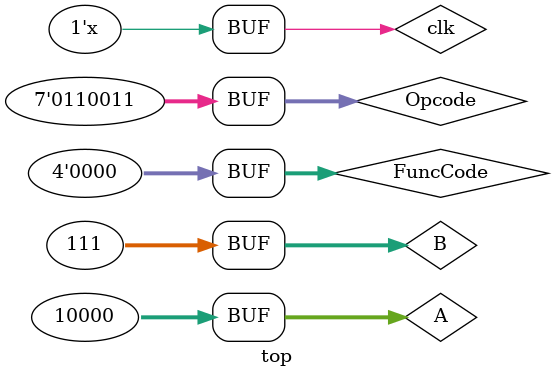
<source format=v>
module top ();
	reg clk = 0;

	reg[31:0] A, B;
	wire[31:0] ALUOut;
	wire Branch_Enable;


	//alu_control interface
	reg[3:0] FuncCode;
	reg[6:0] Opcode;

	//alu aluctl interface
	wire[6:0] AluCtl_wire;

	ALUControl aluCtrl_inst(
		.FuncCode(FuncCode),
		.ALUCtl(AluCtl_wire),
		.Opcode(Opcode)
	);

	alu alu_inst(
		.ALUctl(AluCtl_wire),
		.A(A),
		.B(B),
		.ALUOut(ALUOut),
		.Branch_Enable(Branch_Enable)
	);

    Assert a0(.clk(clk), .test(ALUOut && 32'd10111));



//simulation
always
 #0.5 clk = ~clk;

initial begin
 	//simulate ADD instruction
 	A = 32'd10000;
 	B = 32'd0111;
 	FuncCode = 4'b0000;
 	Opcode = 7'b0110011;
end

endmodule

</source>
